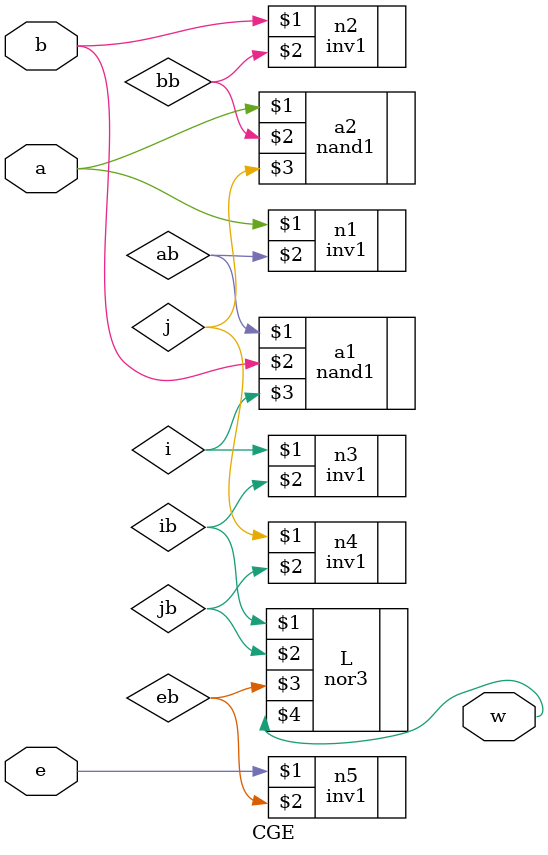
<source format=v>
module CGE(input a,b,e,output w);
  wire ab,bb,i,ib,j,jb,eb;
  inv1 n1(a,ab),
       n2(b,bb),
       n3(i,ib),
       n4(j,jb),
       n5(e,eb);
  nand1 a1(ab,b,i),
        a2(a,bb,j);
  nor3 L(ib,jb,eb,w);
endmodule

</source>
